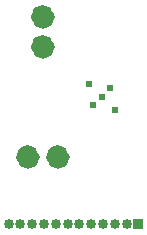
<source format=gbr>
%TF.GenerationSoftware,KiCad,Pcbnew,(6.0.5)*%
%TF.CreationDate,2023-11-22T15:12:11+07:00*%
%TF.ProjectId,lidar,6c696461-722e-46b6-9963-61645f706362,rev?*%
%TF.SameCoordinates,Original*%
%TF.FileFunction,Soldermask,Bot*%
%TF.FilePolarity,Negative*%
%FSLAX46Y46*%
G04 Gerber Fmt 4.6, Leading zero omitted, Abs format (unit mm)*
G04 Created by KiCad (PCBNEW (6.0.5)) date 2023-11-22 15:12:11*
%MOMM*%
%LPD*%
G01*
G04 APERTURE LIST*
%ADD10C,1.000000*%
%ADD11C,0.604000*%
%ADD12R,0.850000X0.850000*%
%ADD13O,0.850000X0.850000*%
G04 APERTURE END LIST*
D10*
%TO.C,D2*%
X133500000Y-76230000D02*
G75*
G03*
X133500000Y-76230000I-500000J0D01*
G01*
X133500000Y-78770000D02*
G75*
G03*
X133500000Y-78770000I-500000J0D01*
G01*
%TO.C,D1*%
X134770000Y-88100000D02*
G75*
G03*
X134770000Y-88100000I-500000J0D01*
G01*
X132230000Y-88100000D02*
G75*
G03*
X132230000Y-88100000I-500000J0D01*
G01*
%TD*%
D11*
%TO.C,U1*%
X137275216Y-83724784D03*
X138000000Y-83000000D03*
X138724784Y-82275216D03*
X136921662Y-81921662D03*
X139078338Y-84078338D03*
%TD*%
D12*
%TO.C,J1*%
X141100000Y-93800000D03*
D13*
X140100000Y-93800000D03*
X139100000Y-93800000D03*
X138100000Y-93800000D03*
X137100000Y-93800000D03*
X136100000Y-93800000D03*
X135100000Y-93800000D03*
X134100000Y-93800000D03*
X133100000Y-93800000D03*
X132100000Y-93800000D03*
X131100000Y-93800000D03*
X130100000Y-93800000D03*
%TD*%
M02*

</source>
